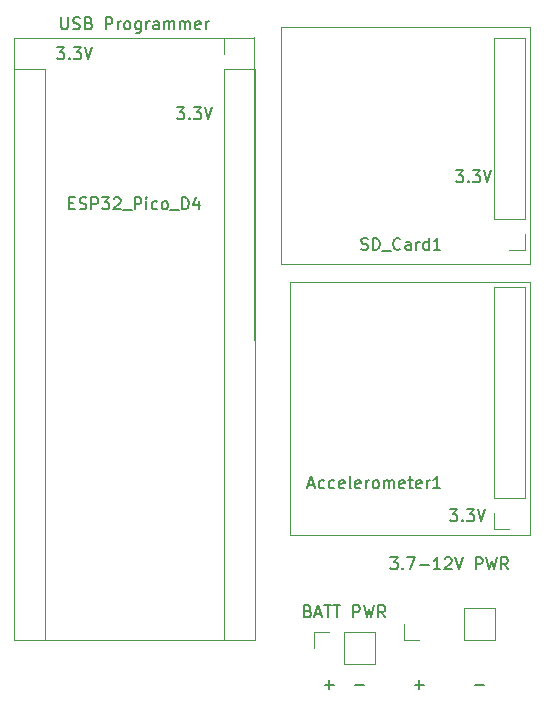
<source format=gto>
G04 #@! TF.GenerationSoftware,KiCad,Pcbnew,(5.1.5)-3*
G04 #@! TF.CreationDate,2020-03-20T23:13:36-05:00*
G04 #@! TF.ProjectId,PMT_PCB,504d545f-5043-4422-9e6b-696361645f70,rev?*
G04 #@! TF.SameCoordinates,Original*
G04 #@! TF.FileFunction,Legend,Top*
G04 #@! TF.FilePolarity,Positive*
%FSLAX46Y46*%
G04 Gerber Fmt 4.6, Leading zero omitted, Abs format (unit mm)*
G04 Created by KiCad (PCBNEW (5.1.5)-3) date 2020-03-20 23:13:36*
%MOMM*%
%LPD*%
G04 APERTURE LIST*
%ADD10C,0.150000*%
%ADD11C,0.120000*%
G04 APERTURE END LIST*
D10*
X148209047Y-114371428D02*
X148970952Y-114371428D01*
X145669047Y-114371428D02*
X146430952Y-114371428D01*
X146050000Y-114752380D02*
X146050000Y-113990476D01*
X133143809Y-65492380D02*
X133762857Y-65492380D01*
X133429523Y-65873333D01*
X133572380Y-65873333D01*
X133667619Y-65920952D01*
X133715238Y-65968571D01*
X133762857Y-66063809D01*
X133762857Y-66301904D01*
X133715238Y-66397142D01*
X133667619Y-66444761D01*
X133572380Y-66492380D01*
X133286666Y-66492380D01*
X133191428Y-66444761D01*
X133143809Y-66397142D01*
X134191428Y-66397142D02*
X134239047Y-66444761D01*
X134191428Y-66492380D01*
X134143809Y-66444761D01*
X134191428Y-66397142D01*
X134191428Y-66492380D01*
X134572380Y-65492380D02*
X135191428Y-65492380D01*
X134858095Y-65873333D01*
X135000952Y-65873333D01*
X135096190Y-65920952D01*
X135143809Y-65968571D01*
X135191428Y-66063809D01*
X135191428Y-66301904D01*
X135143809Y-66397142D01*
X135096190Y-66444761D01*
X135000952Y-66492380D01*
X134715238Y-66492380D01*
X134620000Y-66444761D01*
X134572380Y-66397142D01*
X135477142Y-65492380D02*
X135810476Y-66492380D01*
X136143809Y-65492380D01*
X122983809Y-60412380D02*
X123602857Y-60412380D01*
X123269523Y-60793333D01*
X123412380Y-60793333D01*
X123507619Y-60840952D01*
X123555238Y-60888571D01*
X123602857Y-60983809D01*
X123602857Y-61221904D01*
X123555238Y-61317142D01*
X123507619Y-61364761D01*
X123412380Y-61412380D01*
X123126666Y-61412380D01*
X123031428Y-61364761D01*
X122983809Y-61317142D01*
X124031428Y-61317142D02*
X124079047Y-61364761D01*
X124031428Y-61412380D01*
X123983809Y-61364761D01*
X124031428Y-61317142D01*
X124031428Y-61412380D01*
X124412380Y-60412380D02*
X125031428Y-60412380D01*
X124698095Y-60793333D01*
X124840952Y-60793333D01*
X124936190Y-60840952D01*
X124983809Y-60888571D01*
X125031428Y-60983809D01*
X125031428Y-61221904D01*
X124983809Y-61317142D01*
X124936190Y-61364761D01*
X124840952Y-61412380D01*
X124555238Y-61412380D01*
X124460000Y-61364761D01*
X124412380Y-61317142D01*
X125317142Y-60412380D02*
X125650476Y-61412380D01*
X125983809Y-60412380D01*
X156765809Y-70826380D02*
X157384857Y-70826380D01*
X157051523Y-71207333D01*
X157194380Y-71207333D01*
X157289619Y-71254952D01*
X157337238Y-71302571D01*
X157384857Y-71397809D01*
X157384857Y-71635904D01*
X157337238Y-71731142D01*
X157289619Y-71778761D01*
X157194380Y-71826380D01*
X156908666Y-71826380D01*
X156813428Y-71778761D01*
X156765809Y-71731142D01*
X157813428Y-71731142D02*
X157861047Y-71778761D01*
X157813428Y-71826380D01*
X157765809Y-71778761D01*
X157813428Y-71731142D01*
X157813428Y-71826380D01*
X158194380Y-70826380D02*
X158813428Y-70826380D01*
X158480095Y-71207333D01*
X158622952Y-71207333D01*
X158718190Y-71254952D01*
X158765809Y-71302571D01*
X158813428Y-71397809D01*
X158813428Y-71635904D01*
X158765809Y-71731142D01*
X158718190Y-71778761D01*
X158622952Y-71826380D01*
X158337238Y-71826380D01*
X158242000Y-71778761D01*
X158194380Y-71731142D01*
X159099142Y-70826380D02*
X159432476Y-71826380D01*
X159765809Y-70826380D01*
X156257809Y-99528380D02*
X156876857Y-99528380D01*
X156543523Y-99909333D01*
X156686380Y-99909333D01*
X156781619Y-99956952D01*
X156829238Y-100004571D01*
X156876857Y-100099809D01*
X156876857Y-100337904D01*
X156829238Y-100433142D01*
X156781619Y-100480761D01*
X156686380Y-100528380D01*
X156400666Y-100528380D01*
X156305428Y-100480761D01*
X156257809Y-100433142D01*
X157305428Y-100433142D02*
X157353047Y-100480761D01*
X157305428Y-100528380D01*
X157257809Y-100480761D01*
X157305428Y-100433142D01*
X157305428Y-100528380D01*
X157686380Y-99528380D02*
X158305428Y-99528380D01*
X157972095Y-99909333D01*
X158114952Y-99909333D01*
X158210190Y-99956952D01*
X158257809Y-100004571D01*
X158305428Y-100099809D01*
X158305428Y-100337904D01*
X158257809Y-100433142D01*
X158210190Y-100480761D01*
X158114952Y-100528380D01*
X157829238Y-100528380D01*
X157734000Y-100480761D01*
X157686380Y-100433142D01*
X158591142Y-99528380D02*
X158924476Y-100528380D01*
X159257809Y-99528380D01*
X153289047Y-114371428D02*
X154050952Y-114371428D01*
X153670000Y-114752380D02*
X153670000Y-113990476D01*
X158369047Y-114371428D02*
X159130952Y-114371428D01*
X123349523Y-57872380D02*
X123349523Y-58681904D01*
X123397142Y-58777142D01*
X123444761Y-58824761D01*
X123540000Y-58872380D01*
X123730476Y-58872380D01*
X123825714Y-58824761D01*
X123873333Y-58777142D01*
X123920952Y-58681904D01*
X123920952Y-57872380D01*
X124349523Y-58824761D02*
X124492380Y-58872380D01*
X124730476Y-58872380D01*
X124825714Y-58824761D01*
X124873333Y-58777142D01*
X124920952Y-58681904D01*
X124920952Y-58586666D01*
X124873333Y-58491428D01*
X124825714Y-58443809D01*
X124730476Y-58396190D01*
X124540000Y-58348571D01*
X124444761Y-58300952D01*
X124397142Y-58253333D01*
X124349523Y-58158095D01*
X124349523Y-58062857D01*
X124397142Y-57967619D01*
X124444761Y-57920000D01*
X124540000Y-57872380D01*
X124778095Y-57872380D01*
X124920952Y-57920000D01*
X125682857Y-58348571D02*
X125825714Y-58396190D01*
X125873333Y-58443809D01*
X125920952Y-58539047D01*
X125920952Y-58681904D01*
X125873333Y-58777142D01*
X125825714Y-58824761D01*
X125730476Y-58872380D01*
X125349523Y-58872380D01*
X125349523Y-57872380D01*
X125682857Y-57872380D01*
X125778095Y-57920000D01*
X125825714Y-57967619D01*
X125873333Y-58062857D01*
X125873333Y-58158095D01*
X125825714Y-58253333D01*
X125778095Y-58300952D01*
X125682857Y-58348571D01*
X125349523Y-58348571D01*
X127111428Y-58872380D02*
X127111428Y-57872380D01*
X127492380Y-57872380D01*
X127587619Y-57920000D01*
X127635238Y-57967619D01*
X127682857Y-58062857D01*
X127682857Y-58205714D01*
X127635238Y-58300952D01*
X127587619Y-58348571D01*
X127492380Y-58396190D01*
X127111428Y-58396190D01*
X128111428Y-58872380D02*
X128111428Y-58205714D01*
X128111428Y-58396190D02*
X128159047Y-58300952D01*
X128206666Y-58253333D01*
X128301904Y-58205714D01*
X128397142Y-58205714D01*
X128873333Y-58872380D02*
X128778095Y-58824761D01*
X128730476Y-58777142D01*
X128682857Y-58681904D01*
X128682857Y-58396190D01*
X128730476Y-58300952D01*
X128778095Y-58253333D01*
X128873333Y-58205714D01*
X129016190Y-58205714D01*
X129111428Y-58253333D01*
X129159047Y-58300952D01*
X129206666Y-58396190D01*
X129206666Y-58681904D01*
X129159047Y-58777142D01*
X129111428Y-58824761D01*
X129016190Y-58872380D01*
X128873333Y-58872380D01*
X130063809Y-58205714D02*
X130063809Y-59015238D01*
X130016190Y-59110476D01*
X129968571Y-59158095D01*
X129873333Y-59205714D01*
X129730476Y-59205714D01*
X129635238Y-59158095D01*
X130063809Y-58824761D02*
X129968571Y-58872380D01*
X129778095Y-58872380D01*
X129682857Y-58824761D01*
X129635238Y-58777142D01*
X129587619Y-58681904D01*
X129587619Y-58396190D01*
X129635238Y-58300952D01*
X129682857Y-58253333D01*
X129778095Y-58205714D01*
X129968571Y-58205714D01*
X130063809Y-58253333D01*
X130540000Y-58872380D02*
X130540000Y-58205714D01*
X130540000Y-58396190D02*
X130587619Y-58300952D01*
X130635238Y-58253333D01*
X130730476Y-58205714D01*
X130825714Y-58205714D01*
X131587619Y-58872380D02*
X131587619Y-58348571D01*
X131540000Y-58253333D01*
X131444761Y-58205714D01*
X131254285Y-58205714D01*
X131159047Y-58253333D01*
X131587619Y-58824761D02*
X131492380Y-58872380D01*
X131254285Y-58872380D01*
X131159047Y-58824761D01*
X131111428Y-58729523D01*
X131111428Y-58634285D01*
X131159047Y-58539047D01*
X131254285Y-58491428D01*
X131492380Y-58491428D01*
X131587619Y-58443809D01*
X132063809Y-58872380D02*
X132063809Y-58205714D01*
X132063809Y-58300952D02*
X132111428Y-58253333D01*
X132206666Y-58205714D01*
X132349523Y-58205714D01*
X132444761Y-58253333D01*
X132492380Y-58348571D01*
X132492380Y-58872380D01*
X132492380Y-58348571D02*
X132540000Y-58253333D01*
X132635238Y-58205714D01*
X132778095Y-58205714D01*
X132873333Y-58253333D01*
X132920952Y-58348571D01*
X132920952Y-58872380D01*
X133397142Y-58872380D02*
X133397142Y-58205714D01*
X133397142Y-58300952D02*
X133444761Y-58253333D01*
X133540000Y-58205714D01*
X133682857Y-58205714D01*
X133778095Y-58253333D01*
X133825714Y-58348571D01*
X133825714Y-58872380D01*
X133825714Y-58348571D02*
X133873333Y-58253333D01*
X133968571Y-58205714D01*
X134111428Y-58205714D01*
X134206666Y-58253333D01*
X134254285Y-58348571D01*
X134254285Y-58872380D01*
X135111428Y-58824761D02*
X135016190Y-58872380D01*
X134825714Y-58872380D01*
X134730476Y-58824761D01*
X134682857Y-58729523D01*
X134682857Y-58348571D01*
X134730476Y-58253333D01*
X134825714Y-58205714D01*
X135016190Y-58205714D01*
X135111428Y-58253333D01*
X135159047Y-58348571D01*
X135159047Y-58443809D01*
X134682857Y-58539047D01*
X135587619Y-58872380D02*
X135587619Y-58205714D01*
X135587619Y-58396190D02*
X135635238Y-58300952D01*
X135682857Y-58253333D01*
X135778095Y-58205714D01*
X135873333Y-58205714D01*
D11*
X144720000Y-111252000D02*
X144720000Y-109922000D01*
X144720000Y-109922000D02*
X146050000Y-109922000D01*
X147320000Y-109922000D02*
X149920000Y-109922000D01*
X149920000Y-112582000D02*
X149920000Y-109922000D01*
X147320000Y-112582000D02*
X149920000Y-112582000D01*
X147320000Y-112582000D02*
X147320000Y-109922000D01*
X152340000Y-110550000D02*
X152340000Y-109220000D01*
X153670000Y-110550000D02*
X152340000Y-110550000D01*
X157480000Y-110550000D02*
X157480000Y-107890000D01*
X157480000Y-107890000D02*
X160080000Y-107890000D01*
X157480000Y-110550000D02*
X160080000Y-110550000D01*
X160080000Y-110550000D02*
X160080000Y-107890000D01*
X163068000Y-101727000D02*
X163068000Y-80264000D01*
X142748000Y-101727000D02*
X163068000Y-101727000D01*
X142748000Y-101600000D02*
X142748000Y-101727000D01*
X142748000Y-101473000D02*
X142748000Y-101600000D01*
X142748000Y-100584000D02*
X142748000Y-101473000D01*
X142748000Y-80264000D02*
X142748000Y-100584000D01*
X163068000Y-80264000D02*
X142748000Y-80264000D01*
X161290000Y-101152000D02*
X159960000Y-101152000D01*
X159960000Y-101152000D02*
X159960000Y-99822000D01*
X159960000Y-98552000D02*
X159960000Y-80712000D01*
X162620000Y-80712000D02*
X159960000Y-80712000D01*
X162620000Y-98552000D02*
X162620000Y-80712000D01*
X162620000Y-98552000D02*
X159960000Y-98552000D01*
X162620000Y-59630000D02*
X159960000Y-59630000D01*
X162620000Y-74930000D02*
X162620000Y-59630000D01*
X159960000Y-74930000D02*
X159960000Y-59630000D01*
X162620000Y-74930000D02*
X159960000Y-74930000D01*
X162620000Y-76200000D02*
X162620000Y-77530000D01*
X162620000Y-77530000D02*
X161290000Y-77530000D01*
X163068000Y-58674000D02*
X141986000Y-58674000D01*
X141986000Y-58674000D02*
X141986000Y-78740000D01*
X163068000Y-78740000D02*
X163068000Y-58674000D01*
X141986000Y-78740000D02*
X163068000Y-78740000D01*
X122047000Y-59630000D02*
X139700000Y-59630000D01*
X121920000Y-59630000D02*
X122047000Y-59630000D01*
X119320000Y-59630000D02*
X121920000Y-59630000D01*
X119320000Y-59630000D02*
X119320000Y-110550000D01*
X139760000Y-110550000D02*
X139700000Y-59563000D01*
X119320000Y-110550000D02*
X139760000Y-110550000D01*
X137100000Y-62230000D02*
X139760000Y-62230000D01*
X137100000Y-60960000D02*
X137100000Y-59630000D01*
X137100000Y-59630000D02*
X138430000Y-59630000D01*
X137100000Y-62230000D02*
X137100000Y-110550000D01*
X137100000Y-110550000D02*
X139760000Y-110550000D01*
X139760000Y-62230000D02*
X139760000Y-110550000D01*
X119320000Y-62230000D02*
X121980000Y-62230000D01*
X119320000Y-60960000D02*
X119320000Y-59630000D01*
X119320000Y-59630000D02*
X120650000Y-59630000D01*
X119320000Y-62230000D02*
X119320000Y-110550000D01*
X119320000Y-110550000D02*
X121980000Y-110550000D01*
X121980000Y-62230000D02*
X121980000Y-110550000D01*
D10*
X144248571Y-108132571D02*
X144391428Y-108180190D01*
X144439047Y-108227809D01*
X144486666Y-108323047D01*
X144486666Y-108465904D01*
X144439047Y-108561142D01*
X144391428Y-108608761D01*
X144296190Y-108656380D01*
X143915238Y-108656380D01*
X143915238Y-107656380D01*
X144248571Y-107656380D01*
X144343809Y-107704000D01*
X144391428Y-107751619D01*
X144439047Y-107846857D01*
X144439047Y-107942095D01*
X144391428Y-108037333D01*
X144343809Y-108084952D01*
X144248571Y-108132571D01*
X143915238Y-108132571D01*
X144867619Y-108370666D02*
X145343809Y-108370666D01*
X144772380Y-108656380D02*
X145105714Y-107656380D01*
X145439047Y-108656380D01*
X145629523Y-107656380D02*
X146200952Y-107656380D01*
X145915238Y-108656380D02*
X145915238Y-107656380D01*
X146391428Y-107656380D02*
X146962857Y-107656380D01*
X146677142Y-108656380D02*
X146677142Y-107656380D01*
X148058095Y-108656380D02*
X148058095Y-107656380D01*
X148439047Y-107656380D01*
X148534285Y-107704000D01*
X148581904Y-107751619D01*
X148629523Y-107846857D01*
X148629523Y-107989714D01*
X148581904Y-108084952D01*
X148534285Y-108132571D01*
X148439047Y-108180190D01*
X148058095Y-108180190D01*
X148962857Y-107656380D02*
X149200952Y-108656380D01*
X149391428Y-107942095D01*
X149581904Y-108656380D01*
X149820000Y-107656380D01*
X150772380Y-108656380D02*
X150439047Y-108180190D01*
X150200952Y-108656380D02*
X150200952Y-107656380D01*
X150581904Y-107656380D01*
X150677142Y-107704000D01*
X150724761Y-107751619D01*
X150772380Y-107846857D01*
X150772380Y-107989714D01*
X150724761Y-108084952D01*
X150677142Y-108132571D01*
X150581904Y-108180190D01*
X150200952Y-108180190D01*
X151210000Y-103592380D02*
X151829047Y-103592380D01*
X151495714Y-103973333D01*
X151638571Y-103973333D01*
X151733809Y-104020952D01*
X151781428Y-104068571D01*
X151829047Y-104163809D01*
X151829047Y-104401904D01*
X151781428Y-104497142D01*
X151733809Y-104544761D01*
X151638571Y-104592380D01*
X151352857Y-104592380D01*
X151257619Y-104544761D01*
X151210000Y-104497142D01*
X152257619Y-104497142D02*
X152305238Y-104544761D01*
X152257619Y-104592380D01*
X152210000Y-104544761D01*
X152257619Y-104497142D01*
X152257619Y-104592380D01*
X152638571Y-103592380D02*
X153305238Y-103592380D01*
X152876666Y-104592380D01*
X153686190Y-104211428D02*
X154448095Y-104211428D01*
X155448095Y-104592380D02*
X154876666Y-104592380D01*
X155162380Y-104592380D02*
X155162380Y-103592380D01*
X155067142Y-103735238D01*
X154971904Y-103830476D01*
X154876666Y-103878095D01*
X155829047Y-103687619D02*
X155876666Y-103640000D01*
X155971904Y-103592380D01*
X156210000Y-103592380D01*
X156305238Y-103640000D01*
X156352857Y-103687619D01*
X156400476Y-103782857D01*
X156400476Y-103878095D01*
X156352857Y-104020952D01*
X155781428Y-104592380D01*
X156400476Y-104592380D01*
X156686190Y-103592380D02*
X157019523Y-104592380D01*
X157352857Y-103592380D01*
X158448095Y-104592380D02*
X158448095Y-103592380D01*
X158829047Y-103592380D01*
X158924285Y-103640000D01*
X158971904Y-103687619D01*
X159019523Y-103782857D01*
X159019523Y-103925714D01*
X158971904Y-104020952D01*
X158924285Y-104068571D01*
X158829047Y-104116190D01*
X158448095Y-104116190D01*
X159352857Y-103592380D02*
X159590952Y-104592380D01*
X159781428Y-103878095D01*
X159971904Y-104592380D01*
X160210000Y-103592380D01*
X161162380Y-104592380D02*
X160829047Y-104116190D01*
X160590952Y-104592380D02*
X160590952Y-103592380D01*
X160971904Y-103592380D01*
X161067142Y-103640000D01*
X161114761Y-103687619D01*
X161162380Y-103782857D01*
X161162380Y-103925714D01*
X161114761Y-104020952D01*
X161067142Y-104068571D01*
X160971904Y-104116190D01*
X160590952Y-104116190D01*
X144288571Y-97448666D02*
X144764761Y-97448666D01*
X144193333Y-97734380D02*
X144526666Y-96734380D01*
X144860000Y-97734380D01*
X145621904Y-97686761D02*
X145526666Y-97734380D01*
X145336190Y-97734380D01*
X145240952Y-97686761D01*
X145193333Y-97639142D01*
X145145714Y-97543904D01*
X145145714Y-97258190D01*
X145193333Y-97162952D01*
X145240952Y-97115333D01*
X145336190Y-97067714D01*
X145526666Y-97067714D01*
X145621904Y-97115333D01*
X146479047Y-97686761D02*
X146383809Y-97734380D01*
X146193333Y-97734380D01*
X146098095Y-97686761D01*
X146050476Y-97639142D01*
X146002857Y-97543904D01*
X146002857Y-97258190D01*
X146050476Y-97162952D01*
X146098095Y-97115333D01*
X146193333Y-97067714D01*
X146383809Y-97067714D01*
X146479047Y-97115333D01*
X147288571Y-97686761D02*
X147193333Y-97734380D01*
X147002857Y-97734380D01*
X146907619Y-97686761D01*
X146860000Y-97591523D01*
X146860000Y-97210571D01*
X146907619Y-97115333D01*
X147002857Y-97067714D01*
X147193333Y-97067714D01*
X147288571Y-97115333D01*
X147336190Y-97210571D01*
X147336190Y-97305809D01*
X146860000Y-97401047D01*
X147907619Y-97734380D02*
X147812380Y-97686761D01*
X147764761Y-97591523D01*
X147764761Y-96734380D01*
X148669523Y-97686761D02*
X148574285Y-97734380D01*
X148383809Y-97734380D01*
X148288571Y-97686761D01*
X148240952Y-97591523D01*
X148240952Y-97210571D01*
X148288571Y-97115333D01*
X148383809Y-97067714D01*
X148574285Y-97067714D01*
X148669523Y-97115333D01*
X148717142Y-97210571D01*
X148717142Y-97305809D01*
X148240952Y-97401047D01*
X149145714Y-97734380D02*
X149145714Y-97067714D01*
X149145714Y-97258190D02*
X149193333Y-97162952D01*
X149240952Y-97115333D01*
X149336190Y-97067714D01*
X149431428Y-97067714D01*
X149907619Y-97734380D02*
X149812380Y-97686761D01*
X149764761Y-97639142D01*
X149717142Y-97543904D01*
X149717142Y-97258190D01*
X149764761Y-97162952D01*
X149812380Y-97115333D01*
X149907619Y-97067714D01*
X150050476Y-97067714D01*
X150145714Y-97115333D01*
X150193333Y-97162952D01*
X150240952Y-97258190D01*
X150240952Y-97543904D01*
X150193333Y-97639142D01*
X150145714Y-97686761D01*
X150050476Y-97734380D01*
X149907619Y-97734380D01*
X150669523Y-97734380D02*
X150669523Y-97067714D01*
X150669523Y-97162952D02*
X150717142Y-97115333D01*
X150812380Y-97067714D01*
X150955238Y-97067714D01*
X151050476Y-97115333D01*
X151098095Y-97210571D01*
X151098095Y-97734380D01*
X151098095Y-97210571D02*
X151145714Y-97115333D01*
X151240952Y-97067714D01*
X151383809Y-97067714D01*
X151479047Y-97115333D01*
X151526666Y-97210571D01*
X151526666Y-97734380D01*
X152383809Y-97686761D02*
X152288571Y-97734380D01*
X152098095Y-97734380D01*
X152002857Y-97686761D01*
X151955238Y-97591523D01*
X151955238Y-97210571D01*
X152002857Y-97115333D01*
X152098095Y-97067714D01*
X152288571Y-97067714D01*
X152383809Y-97115333D01*
X152431428Y-97210571D01*
X152431428Y-97305809D01*
X151955238Y-97401047D01*
X152717142Y-97067714D02*
X153098095Y-97067714D01*
X152860000Y-96734380D02*
X152860000Y-97591523D01*
X152907619Y-97686761D01*
X153002857Y-97734380D01*
X153098095Y-97734380D01*
X153812380Y-97686761D02*
X153717142Y-97734380D01*
X153526666Y-97734380D01*
X153431428Y-97686761D01*
X153383809Y-97591523D01*
X153383809Y-97210571D01*
X153431428Y-97115333D01*
X153526666Y-97067714D01*
X153717142Y-97067714D01*
X153812380Y-97115333D01*
X153859999Y-97210571D01*
X153859999Y-97305809D01*
X153383809Y-97401047D01*
X154288571Y-97734380D02*
X154288571Y-97067714D01*
X154288571Y-97258190D02*
X154336190Y-97162952D01*
X154383809Y-97115333D01*
X154479047Y-97067714D01*
X154574285Y-97067714D01*
X155431428Y-97734380D02*
X154859999Y-97734380D01*
X155145714Y-97734380D02*
X155145714Y-96734380D01*
X155050476Y-96877238D01*
X154955238Y-96972476D01*
X154859999Y-97020095D01*
X148737858Y-77493761D02*
X148880715Y-77541380D01*
X149118810Y-77541380D01*
X149214048Y-77493761D01*
X149261667Y-77446142D01*
X149309286Y-77350904D01*
X149309286Y-77255666D01*
X149261667Y-77160428D01*
X149214048Y-77112809D01*
X149118810Y-77065190D01*
X148928334Y-77017571D01*
X148833096Y-76969952D01*
X148785477Y-76922333D01*
X148737858Y-76827095D01*
X148737858Y-76731857D01*
X148785477Y-76636619D01*
X148833096Y-76589000D01*
X148928334Y-76541380D01*
X149166429Y-76541380D01*
X149309286Y-76589000D01*
X149737858Y-77541380D02*
X149737858Y-76541380D01*
X149975953Y-76541380D01*
X150118810Y-76589000D01*
X150214048Y-76684238D01*
X150261667Y-76779476D01*
X150309286Y-76969952D01*
X150309286Y-77112809D01*
X150261667Y-77303285D01*
X150214048Y-77398523D01*
X150118810Y-77493761D01*
X149975953Y-77541380D01*
X149737858Y-77541380D01*
X150499762Y-77636619D02*
X151261667Y-77636619D01*
X152071191Y-77446142D02*
X152023572Y-77493761D01*
X151880715Y-77541380D01*
X151785477Y-77541380D01*
X151642620Y-77493761D01*
X151547381Y-77398523D01*
X151499762Y-77303285D01*
X151452143Y-77112809D01*
X151452143Y-76969952D01*
X151499762Y-76779476D01*
X151547381Y-76684238D01*
X151642620Y-76589000D01*
X151785477Y-76541380D01*
X151880715Y-76541380D01*
X152023572Y-76589000D01*
X152071191Y-76636619D01*
X152928334Y-77541380D02*
X152928334Y-77017571D01*
X152880715Y-76922333D01*
X152785477Y-76874714D01*
X152595001Y-76874714D01*
X152499762Y-76922333D01*
X152928334Y-77493761D02*
X152833096Y-77541380D01*
X152595001Y-77541380D01*
X152499762Y-77493761D01*
X152452143Y-77398523D01*
X152452143Y-77303285D01*
X152499762Y-77208047D01*
X152595001Y-77160428D01*
X152833096Y-77160428D01*
X152928334Y-77112809D01*
X153404524Y-77541380D02*
X153404524Y-76874714D01*
X153404524Y-77065190D02*
X153452143Y-76969952D01*
X153499762Y-76922333D01*
X153595001Y-76874714D01*
X153690239Y-76874714D01*
X154452143Y-77541380D02*
X154452143Y-76541380D01*
X154452143Y-77493761D02*
X154356905Y-77541380D01*
X154166429Y-77541380D01*
X154071191Y-77493761D01*
X154023572Y-77446142D01*
X153975953Y-77350904D01*
X153975953Y-77065190D01*
X154023572Y-76969952D01*
X154071191Y-76922333D01*
X154166429Y-76874714D01*
X154356905Y-76874714D01*
X154452143Y-76922333D01*
X155452143Y-77541380D02*
X154880715Y-77541380D01*
X155166429Y-77541380D02*
X155166429Y-76541380D01*
X155071191Y-76684238D01*
X154975953Y-76779476D01*
X154880715Y-76827095D01*
X124040000Y-73588571D02*
X124373333Y-73588571D01*
X124516190Y-74112380D02*
X124040000Y-74112380D01*
X124040000Y-73112380D01*
X124516190Y-73112380D01*
X124897142Y-74064761D02*
X125040000Y-74112380D01*
X125278095Y-74112380D01*
X125373333Y-74064761D01*
X125420952Y-74017142D01*
X125468571Y-73921904D01*
X125468571Y-73826666D01*
X125420952Y-73731428D01*
X125373333Y-73683809D01*
X125278095Y-73636190D01*
X125087619Y-73588571D01*
X124992380Y-73540952D01*
X124944761Y-73493333D01*
X124897142Y-73398095D01*
X124897142Y-73302857D01*
X124944761Y-73207619D01*
X124992380Y-73160000D01*
X125087619Y-73112380D01*
X125325714Y-73112380D01*
X125468571Y-73160000D01*
X125897142Y-74112380D02*
X125897142Y-73112380D01*
X126278095Y-73112380D01*
X126373333Y-73160000D01*
X126420952Y-73207619D01*
X126468571Y-73302857D01*
X126468571Y-73445714D01*
X126420952Y-73540952D01*
X126373333Y-73588571D01*
X126278095Y-73636190D01*
X125897142Y-73636190D01*
X126801904Y-73112380D02*
X127420952Y-73112380D01*
X127087619Y-73493333D01*
X127230476Y-73493333D01*
X127325714Y-73540952D01*
X127373333Y-73588571D01*
X127420952Y-73683809D01*
X127420952Y-73921904D01*
X127373333Y-74017142D01*
X127325714Y-74064761D01*
X127230476Y-74112380D01*
X126944761Y-74112380D01*
X126849523Y-74064761D01*
X126801904Y-74017142D01*
X127801904Y-73207619D02*
X127849523Y-73160000D01*
X127944761Y-73112380D01*
X128182857Y-73112380D01*
X128278095Y-73160000D01*
X128325714Y-73207619D01*
X128373333Y-73302857D01*
X128373333Y-73398095D01*
X128325714Y-73540952D01*
X127754285Y-74112380D01*
X128373333Y-74112380D01*
X128563809Y-74207619D02*
X129325714Y-74207619D01*
X129563809Y-74112380D02*
X129563809Y-73112380D01*
X129944761Y-73112380D01*
X130040000Y-73160000D01*
X130087619Y-73207619D01*
X130135238Y-73302857D01*
X130135238Y-73445714D01*
X130087619Y-73540952D01*
X130040000Y-73588571D01*
X129944761Y-73636190D01*
X129563809Y-73636190D01*
X130563809Y-74112380D02*
X130563809Y-73445714D01*
X130563809Y-73112380D02*
X130516190Y-73160000D01*
X130563809Y-73207619D01*
X130611428Y-73160000D01*
X130563809Y-73112380D01*
X130563809Y-73207619D01*
X131468571Y-74064761D02*
X131373333Y-74112380D01*
X131182857Y-74112380D01*
X131087619Y-74064761D01*
X131040000Y-74017142D01*
X130992380Y-73921904D01*
X130992380Y-73636190D01*
X131040000Y-73540952D01*
X131087619Y-73493333D01*
X131182857Y-73445714D01*
X131373333Y-73445714D01*
X131468571Y-73493333D01*
X132040000Y-74112380D02*
X131944761Y-74064761D01*
X131897142Y-74017142D01*
X131849523Y-73921904D01*
X131849523Y-73636190D01*
X131897142Y-73540952D01*
X131944761Y-73493333D01*
X132040000Y-73445714D01*
X132182857Y-73445714D01*
X132278095Y-73493333D01*
X132325714Y-73540952D01*
X132373333Y-73636190D01*
X132373333Y-73921904D01*
X132325714Y-74017142D01*
X132278095Y-74064761D01*
X132182857Y-74112380D01*
X132040000Y-74112380D01*
X132563809Y-74207619D02*
X133325714Y-74207619D01*
X133563809Y-74112380D02*
X133563809Y-73112380D01*
X133801904Y-73112380D01*
X133944761Y-73160000D01*
X134040000Y-73255238D01*
X134087619Y-73350476D01*
X134135238Y-73540952D01*
X134135238Y-73683809D01*
X134087619Y-73874285D01*
X134040000Y-73969523D01*
X133944761Y-74064761D01*
X133801904Y-74112380D01*
X133563809Y-74112380D01*
X134992380Y-73445714D02*
X134992380Y-74112380D01*
X134754285Y-73064761D02*
X134516190Y-73779047D01*
X135135238Y-73779047D01*
M02*

</source>
